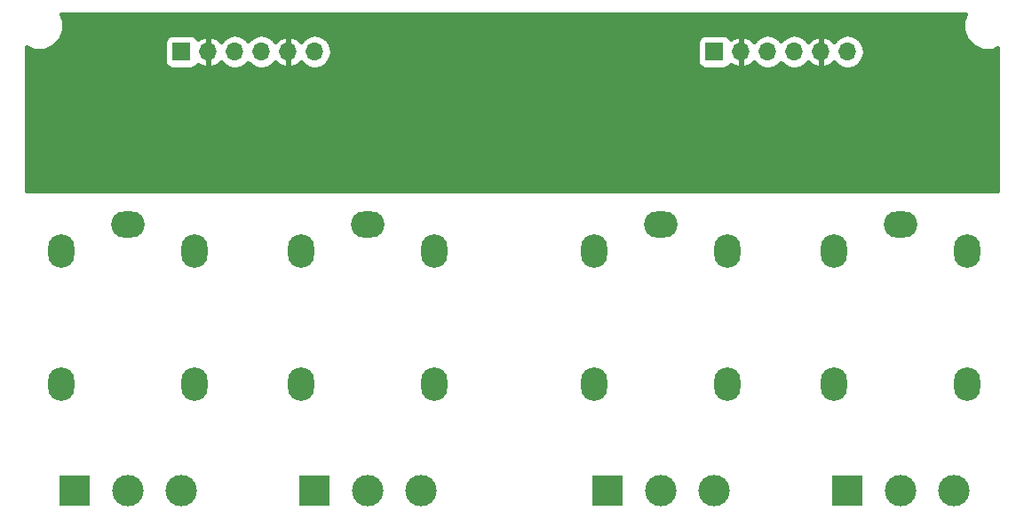
<source format=gbr>
G04 #@! TF.FileFunction,Copper,L2,Bot,Signal*
%FSLAX46Y46*%
G04 Gerber Fmt 4.6, Leading zero omitted, Abs format (unit mm)*
G04 Created by KiCad (PCBNEW 4.0.7) date 05/31/18 17:41:53*
%MOMM*%
%LPD*%
G01*
G04 APERTURE LIST*
%ADD10C,0.100000*%
%ADD11R,3.000000X3.000000*%
%ADD12C,3.000000*%
%ADD13O,2.500000X3.200000*%
%ADD14O,3.200000X2.500000*%
%ADD15R,1.700000X1.700000*%
%ADD16O,1.700000X1.700000*%
%ADD17C,0.762000*%
%ADD18C,0.400000*%
G04 APERTURE END LIST*
D10*
D11*
X67310000Y-99060000D03*
D12*
X72390000Y-99060000D03*
X77470000Y-99060000D03*
D11*
X90170000Y-99060000D03*
D12*
X95250000Y-99060000D03*
X100330000Y-99060000D03*
D11*
X118110000Y-99060000D03*
D12*
X123190000Y-99060000D03*
X128270000Y-99060000D03*
D11*
X140970000Y-99060000D03*
D12*
X146050000Y-99060000D03*
X151130000Y-99060000D03*
D13*
X66040000Y-76200000D03*
X78740000Y-76200000D03*
D14*
X72390000Y-73660000D03*
D13*
X78740000Y-88900000D03*
X66040000Y-88900000D03*
X88900000Y-76200000D03*
X101600000Y-76200000D03*
D14*
X95250000Y-73660000D03*
D13*
X101600000Y-88900000D03*
X88900000Y-88900000D03*
X116840000Y-76200000D03*
X129540000Y-76200000D03*
D14*
X123190000Y-73660000D03*
D13*
X129540000Y-88900000D03*
X116840000Y-88900000D03*
X139700000Y-76200000D03*
X152400000Y-76200000D03*
D14*
X146050000Y-73660000D03*
D13*
X152400000Y-88900000D03*
X139700000Y-88900000D03*
D15*
X128270000Y-57150000D03*
D16*
X130810000Y-57150000D03*
X133350000Y-57150000D03*
X135890000Y-57150000D03*
X138430000Y-57150000D03*
X140970000Y-57150000D03*
D15*
X77470000Y-57150000D03*
D16*
X80010000Y-57150000D03*
X82550000Y-57150000D03*
X85090000Y-57150000D03*
X87630000Y-57150000D03*
X90170000Y-57150000D03*
D17*
X111760000Y-68580000D03*
X134620000Y-67945000D03*
X84455000Y-68580000D03*
X63246000Y-68580000D03*
D18*
G36*
X151905417Y-54130516D02*
X151904584Y-55085295D01*
X152269192Y-55967715D01*
X152943734Y-56643435D01*
X153825516Y-57009583D01*
X154780295Y-57010416D01*
X155248000Y-56817165D01*
X155248000Y-70412000D01*
X62684000Y-70412000D01*
X62684000Y-56711644D01*
X63401516Y-57009583D01*
X64356295Y-57010416D01*
X65238715Y-56645808D01*
X65585126Y-56300000D01*
X75804328Y-56300000D01*
X75804328Y-58000000D01*
X75860111Y-58296462D01*
X76035320Y-58568744D01*
X76302658Y-58751409D01*
X76620000Y-58815672D01*
X78320000Y-58815672D01*
X78616462Y-58759889D01*
X78888744Y-58584680D01*
X79048595Y-58350732D01*
X79138466Y-58441434D01*
X79699018Y-58676651D01*
X79713086Y-58679446D01*
X79956000Y-58529944D01*
X79956000Y-57204000D01*
X79936000Y-57204000D01*
X79936000Y-57096000D01*
X79956000Y-57096000D01*
X79956000Y-55770056D01*
X80064000Y-55770056D01*
X80064000Y-57096000D01*
X80084000Y-57096000D01*
X80084000Y-57204000D01*
X80064000Y-57204000D01*
X80064000Y-58529944D01*
X80306914Y-58679446D01*
X80320982Y-58676651D01*
X80881534Y-58441434D01*
X81218062Y-58101794D01*
X81383274Y-58349051D01*
X81918572Y-58706726D01*
X82550000Y-58832325D01*
X83181428Y-58706726D01*
X83716726Y-58349051D01*
X83820000Y-58194491D01*
X83923274Y-58349051D01*
X84458572Y-58706726D01*
X85090000Y-58832325D01*
X85721428Y-58706726D01*
X86256726Y-58349051D01*
X86421938Y-58101794D01*
X86758466Y-58441434D01*
X87319018Y-58676651D01*
X87333086Y-58679446D01*
X87576000Y-58529944D01*
X87576000Y-57204000D01*
X87556000Y-57204000D01*
X87556000Y-57096000D01*
X87576000Y-57096000D01*
X87576000Y-55770056D01*
X87684000Y-55770056D01*
X87684000Y-57096000D01*
X87704000Y-57096000D01*
X87704000Y-57204000D01*
X87684000Y-57204000D01*
X87684000Y-58529944D01*
X87926914Y-58679446D01*
X87940982Y-58676651D01*
X88501534Y-58441434D01*
X88838062Y-58101794D01*
X89003274Y-58349051D01*
X89538572Y-58706726D01*
X90170000Y-58832325D01*
X90801428Y-58706726D01*
X91336726Y-58349051D01*
X91694401Y-57813753D01*
X91820000Y-57182325D01*
X91820000Y-57117675D01*
X91694401Y-56486247D01*
X91569955Y-56300000D01*
X126604328Y-56300000D01*
X126604328Y-58000000D01*
X126660111Y-58296462D01*
X126835320Y-58568744D01*
X127102658Y-58751409D01*
X127420000Y-58815672D01*
X129120000Y-58815672D01*
X129416462Y-58759889D01*
X129688744Y-58584680D01*
X129848595Y-58350732D01*
X129938466Y-58441434D01*
X130499018Y-58676651D01*
X130513086Y-58679446D01*
X130756000Y-58529944D01*
X130756000Y-57204000D01*
X130736000Y-57204000D01*
X130736000Y-57096000D01*
X130756000Y-57096000D01*
X130756000Y-55770056D01*
X130864000Y-55770056D01*
X130864000Y-57096000D01*
X130884000Y-57096000D01*
X130884000Y-57204000D01*
X130864000Y-57204000D01*
X130864000Y-58529944D01*
X131106914Y-58679446D01*
X131120982Y-58676651D01*
X131681534Y-58441434D01*
X132018062Y-58101794D01*
X132183274Y-58349051D01*
X132718572Y-58706726D01*
X133350000Y-58832325D01*
X133981428Y-58706726D01*
X134516726Y-58349051D01*
X134620000Y-58194491D01*
X134723274Y-58349051D01*
X135258572Y-58706726D01*
X135890000Y-58832325D01*
X136521428Y-58706726D01*
X137056726Y-58349051D01*
X137221938Y-58101794D01*
X137558466Y-58441434D01*
X138119018Y-58676651D01*
X138133086Y-58679446D01*
X138376000Y-58529944D01*
X138376000Y-57204000D01*
X138356000Y-57204000D01*
X138356000Y-57096000D01*
X138376000Y-57096000D01*
X138376000Y-55770056D01*
X138484000Y-55770056D01*
X138484000Y-57096000D01*
X138504000Y-57096000D01*
X138504000Y-57204000D01*
X138484000Y-57204000D01*
X138484000Y-58529944D01*
X138726914Y-58679446D01*
X138740982Y-58676651D01*
X139301534Y-58441434D01*
X139638062Y-58101794D01*
X139803274Y-58349051D01*
X140338572Y-58706726D01*
X140970000Y-58832325D01*
X141601428Y-58706726D01*
X142136726Y-58349051D01*
X142494401Y-57813753D01*
X142620000Y-57182325D01*
X142620000Y-57117675D01*
X142494401Y-56486247D01*
X142136726Y-55950949D01*
X141601428Y-55593274D01*
X140970000Y-55467675D01*
X140338572Y-55593274D01*
X139803274Y-55950949D01*
X139638062Y-56198206D01*
X139301534Y-55858566D01*
X138740982Y-55623349D01*
X138726914Y-55620554D01*
X138484000Y-55770056D01*
X138376000Y-55770056D01*
X138133086Y-55620554D01*
X138119018Y-55623349D01*
X137558466Y-55858566D01*
X137221938Y-56198206D01*
X137056726Y-55950949D01*
X136521428Y-55593274D01*
X135890000Y-55467675D01*
X135258572Y-55593274D01*
X134723274Y-55950949D01*
X134620000Y-56105509D01*
X134516726Y-55950949D01*
X133981428Y-55593274D01*
X133350000Y-55467675D01*
X132718572Y-55593274D01*
X132183274Y-55950949D01*
X132018062Y-56198206D01*
X131681534Y-55858566D01*
X131120982Y-55623349D01*
X131106914Y-55620554D01*
X130864000Y-55770056D01*
X130756000Y-55770056D01*
X130513086Y-55620554D01*
X130499018Y-55623349D01*
X129938466Y-55858566D01*
X129846396Y-55951488D01*
X129704680Y-55731256D01*
X129437342Y-55548591D01*
X129120000Y-55484328D01*
X127420000Y-55484328D01*
X127123538Y-55540111D01*
X126851256Y-55715320D01*
X126668591Y-55982658D01*
X126604328Y-56300000D01*
X91569955Y-56300000D01*
X91336726Y-55950949D01*
X90801428Y-55593274D01*
X90170000Y-55467675D01*
X89538572Y-55593274D01*
X89003274Y-55950949D01*
X88838062Y-56198206D01*
X88501534Y-55858566D01*
X87940982Y-55623349D01*
X87926914Y-55620554D01*
X87684000Y-55770056D01*
X87576000Y-55770056D01*
X87333086Y-55620554D01*
X87319018Y-55623349D01*
X86758466Y-55858566D01*
X86421938Y-56198206D01*
X86256726Y-55950949D01*
X85721428Y-55593274D01*
X85090000Y-55467675D01*
X84458572Y-55593274D01*
X83923274Y-55950949D01*
X83820000Y-56105509D01*
X83716726Y-55950949D01*
X83181428Y-55593274D01*
X82550000Y-55467675D01*
X81918572Y-55593274D01*
X81383274Y-55950949D01*
X81218062Y-56198206D01*
X80881534Y-55858566D01*
X80320982Y-55623349D01*
X80306914Y-55620554D01*
X80064000Y-55770056D01*
X79956000Y-55770056D01*
X79713086Y-55620554D01*
X79699018Y-55623349D01*
X79138466Y-55858566D01*
X79046396Y-55951488D01*
X78904680Y-55731256D01*
X78637342Y-55548591D01*
X78320000Y-55484328D01*
X76620000Y-55484328D01*
X76323538Y-55540111D01*
X76051256Y-55715320D01*
X75868591Y-55982658D01*
X75804328Y-56300000D01*
X65585126Y-56300000D01*
X65914435Y-55971266D01*
X66280583Y-55089484D01*
X66281416Y-54134705D01*
X66035689Y-53540000D01*
X152150621Y-53540000D01*
X151905417Y-54130516D01*
X151905417Y-54130516D01*
G37*
X151905417Y-54130516D02*
X151904584Y-55085295D01*
X152269192Y-55967715D01*
X152943734Y-56643435D01*
X153825516Y-57009583D01*
X154780295Y-57010416D01*
X155248000Y-56817165D01*
X155248000Y-70412000D01*
X62684000Y-70412000D01*
X62684000Y-56711644D01*
X63401516Y-57009583D01*
X64356295Y-57010416D01*
X65238715Y-56645808D01*
X65585126Y-56300000D01*
X75804328Y-56300000D01*
X75804328Y-58000000D01*
X75860111Y-58296462D01*
X76035320Y-58568744D01*
X76302658Y-58751409D01*
X76620000Y-58815672D01*
X78320000Y-58815672D01*
X78616462Y-58759889D01*
X78888744Y-58584680D01*
X79048595Y-58350732D01*
X79138466Y-58441434D01*
X79699018Y-58676651D01*
X79713086Y-58679446D01*
X79956000Y-58529944D01*
X79956000Y-57204000D01*
X79936000Y-57204000D01*
X79936000Y-57096000D01*
X79956000Y-57096000D01*
X79956000Y-55770056D01*
X80064000Y-55770056D01*
X80064000Y-57096000D01*
X80084000Y-57096000D01*
X80084000Y-57204000D01*
X80064000Y-57204000D01*
X80064000Y-58529944D01*
X80306914Y-58679446D01*
X80320982Y-58676651D01*
X80881534Y-58441434D01*
X81218062Y-58101794D01*
X81383274Y-58349051D01*
X81918572Y-58706726D01*
X82550000Y-58832325D01*
X83181428Y-58706726D01*
X83716726Y-58349051D01*
X83820000Y-58194491D01*
X83923274Y-58349051D01*
X84458572Y-58706726D01*
X85090000Y-58832325D01*
X85721428Y-58706726D01*
X86256726Y-58349051D01*
X86421938Y-58101794D01*
X86758466Y-58441434D01*
X87319018Y-58676651D01*
X87333086Y-58679446D01*
X87576000Y-58529944D01*
X87576000Y-57204000D01*
X87556000Y-57204000D01*
X87556000Y-57096000D01*
X87576000Y-57096000D01*
X87576000Y-55770056D01*
X87684000Y-55770056D01*
X87684000Y-57096000D01*
X87704000Y-57096000D01*
X87704000Y-57204000D01*
X87684000Y-57204000D01*
X87684000Y-58529944D01*
X87926914Y-58679446D01*
X87940982Y-58676651D01*
X88501534Y-58441434D01*
X88838062Y-58101794D01*
X89003274Y-58349051D01*
X89538572Y-58706726D01*
X90170000Y-58832325D01*
X90801428Y-58706726D01*
X91336726Y-58349051D01*
X91694401Y-57813753D01*
X91820000Y-57182325D01*
X91820000Y-57117675D01*
X91694401Y-56486247D01*
X91569955Y-56300000D01*
X126604328Y-56300000D01*
X126604328Y-58000000D01*
X126660111Y-58296462D01*
X126835320Y-58568744D01*
X127102658Y-58751409D01*
X127420000Y-58815672D01*
X129120000Y-58815672D01*
X129416462Y-58759889D01*
X129688744Y-58584680D01*
X129848595Y-58350732D01*
X129938466Y-58441434D01*
X130499018Y-58676651D01*
X130513086Y-58679446D01*
X130756000Y-58529944D01*
X130756000Y-57204000D01*
X130736000Y-57204000D01*
X130736000Y-57096000D01*
X130756000Y-57096000D01*
X130756000Y-55770056D01*
X130864000Y-55770056D01*
X130864000Y-57096000D01*
X130884000Y-57096000D01*
X130884000Y-57204000D01*
X130864000Y-57204000D01*
X130864000Y-58529944D01*
X131106914Y-58679446D01*
X131120982Y-58676651D01*
X131681534Y-58441434D01*
X132018062Y-58101794D01*
X132183274Y-58349051D01*
X132718572Y-58706726D01*
X133350000Y-58832325D01*
X133981428Y-58706726D01*
X134516726Y-58349051D01*
X134620000Y-58194491D01*
X134723274Y-58349051D01*
X135258572Y-58706726D01*
X135890000Y-58832325D01*
X136521428Y-58706726D01*
X137056726Y-58349051D01*
X137221938Y-58101794D01*
X137558466Y-58441434D01*
X138119018Y-58676651D01*
X138133086Y-58679446D01*
X138376000Y-58529944D01*
X138376000Y-57204000D01*
X138356000Y-57204000D01*
X138356000Y-57096000D01*
X138376000Y-57096000D01*
X138376000Y-55770056D01*
X138484000Y-55770056D01*
X138484000Y-57096000D01*
X138504000Y-57096000D01*
X138504000Y-57204000D01*
X138484000Y-57204000D01*
X138484000Y-58529944D01*
X138726914Y-58679446D01*
X138740982Y-58676651D01*
X139301534Y-58441434D01*
X139638062Y-58101794D01*
X139803274Y-58349051D01*
X140338572Y-58706726D01*
X140970000Y-58832325D01*
X141601428Y-58706726D01*
X142136726Y-58349051D01*
X142494401Y-57813753D01*
X142620000Y-57182325D01*
X142620000Y-57117675D01*
X142494401Y-56486247D01*
X142136726Y-55950949D01*
X141601428Y-55593274D01*
X140970000Y-55467675D01*
X140338572Y-55593274D01*
X139803274Y-55950949D01*
X139638062Y-56198206D01*
X139301534Y-55858566D01*
X138740982Y-55623349D01*
X138726914Y-55620554D01*
X138484000Y-55770056D01*
X138376000Y-55770056D01*
X138133086Y-55620554D01*
X138119018Y-55623349D01*
X137558466Y-55858566D01*
X137221938Y-56198206D01*
X137056726Y-55950949D01*
X136521428Y-55593274D01*
X135890000Y-55467675D01*
X135258572Y-55593274D01*
X134723274Y-55950949D01*
X134620000Y-56105509D01*
X134516726Y-55950949D01*
X133981428Y-55593274D01*
X133350000Y-55467675D01*
X132718572Y-55593274D01*
X132183274Y-55950949D01*
X132018062Y-56198206D01*
X131681534Y-55858566D01*
X131120982Y-55623349D01*
X131106914Y-55620554D01*
X130864000Y-55770056D01*
X130756000Y-55770056D01*
X130513086Y-55620554D01*
X130499018Y-55623349D01*
X129938466Y-55858566D01*
X129846396Y-55951488D01*
X129704680Y-55731256D01*
X129437342Y-55548591D01*
X129120000Y-55484328D01*
X127420000Y-55484328D01*
X127123538Y-55540111D01*
X126851256Y-55715320D01*
X126668591Y-55982658D01*
X126604328Y-56300000D01*
X91569955Y-56300000D01*
X91336726Y-55950949D01*
X90801428Y-55593274D01*
X90170000Y-55467675D01*
X89538572Y-55593274D01*
X89003274Y-55950949D01*
X88838062Y-56198206D01*
X88501534Y-55858566D01*
X87940982Y-55623349D01*
X87926914Y-55620554D01*
X87684000Y-55770056D01*
X87576000Y-55770056D01*
X87333086Y-55620554D01*
X87319018Y-55623349D01*
X86758466Y-55858566D01*
X86421938Y-56198206D01*
X86256726Y-55950949D01*
X85721428Y-55593274D01*
X85090000Y-55467675D01*
X84458572Y-55593274D01*
X83923274Y-55950949D01*
X83820000Y-56105509D01*
X83716726Y-55950949D01*
X83181428Y-55593274D01*
X82550000Y-55467675D01*
X81918572Y-55593274D01*
X81383274Y-55950949D01*
X81218062Y-56198206D01*
X80881534Y-55858566D01*
X80320982Y-55623349D01*
X80306914Y-55620554D01*
X80064000Y-55770056D01*
X79956000Y-55770056D01*
X79713086Y-55620554D01*
X79699018Y-55623349D01*
X79138466Y-55858566D01*
X79046396Y-55951488D01*
X78904680Y-55731256D01*
X78637342Y-55548591D01*
X78320000Y-55484328D01*
X76620000Y-55484328D01*
X76323538Y-55540111D01*
X76051256Y-55715320D01*
X75868591Y-55982658D01*
X75804328Y-56300000D01*
X65585126Y-56300000D01*
X65914435Y-55971266D01*
X66280583Y-55089484D01*
X66281416Y-54134705D01*
X66035689Y-53540000D01*
X152150621Y-53540000D01*
X151905417Y-54130516D01*
M02*

</source>
